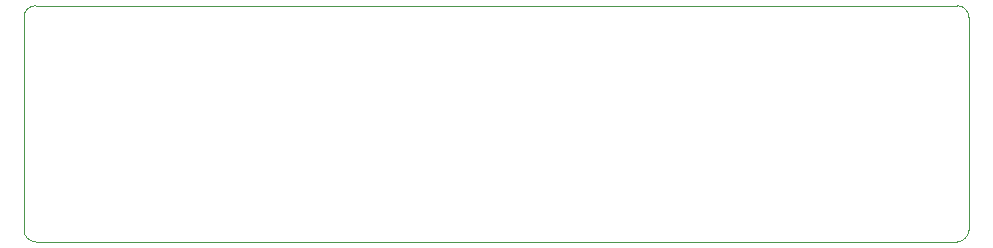
<source format=gbr>
G04 #@! TF.GenerationSoftware,KiCad,Pcbnew,5.1.4-e60b266~84~ubuntu18.04.1*
G04 #@! TF.CreationDate,2019-08-12T17:35:48+02:00*
G04 #@! TF.ProjectId,ebuzzz-adapter,6562757a-7a7a-42d6-9164-61707465722e,rev?*
G04 #@! TF.SameCoordinates,Original*
G04 #@! TF.FileFunction,Profile,NP*
%FSLAX46Y46*%
G04 Gerber Fmt 4.6, Leading zero omitted, Abs format (unit mm)*
G04 Created by KiCad (PCBNEW 5.1.4-e60b266~84~ubuntu18.04.1) date 2019-08-12 17:35:48*
%MOMM*%
%LPD*%
G04 APERTURE LIST*
%ADD10C,0.050000*%
G04 APERTURE END LIST*
D10*
X172000000Y-69000000D02*
X94000000Y-69000000D01*
X173000000Y-88000000D02*
X173000000Y-70000000D01*
X94000000Y-89000000D02*
X172000000Y-89000000D01*
X93000000Y-70000000D02*
X93000000Y-88000000D01*
X172000000Y-69000000D02*
G75*
G02X173000000Y-70000000I0J-1000000D01*
G01*
X173000000Y-88000000D02*
G75*
G02X172000000Y-89000000I-1000000J0D01*
G01*
X94000000Y-89000000D02*
G75*
G02X93000000Y-88000000I0J1000000D01*
G01*
X93000000Y-70000000D02*
G75*
G02X94000000Y-69000000I1000000J0D01*
G01*
M02*

</source>
